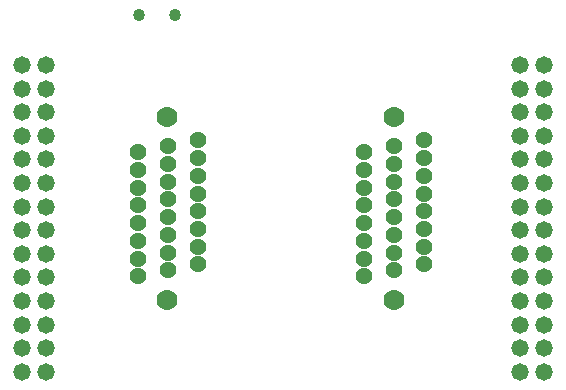
<source format=gbr>
G04 EAGLE Gerber RS-274X export*
G75*
%MOMM*%
%FSLAX34Y34*%
%LPD*%
%INSoldermask Bottom*%
%IPPOS*%
%AMOC8*
5,1,8,0,0,1.08239X$1,22.5*%
G01*
G04 Define Apertures*
%ADD10C,1.477000*%
%ADD11C,1.427000*%
%ADD12C,1.777000*%
%ADD13C,1.027000*%
D10*
X307500Y528780D03*
X327500Y528780D03*
X307500Y508780D03*
X327500Y508780D03*
X307500Y488780D03*
X327500Y488780D03*
X307500Y468780D03*
X327500Y468780D03*
X307500Y448780D03*
X327500Y448780D03*
X307500Y428780D03*
X327500Y428780D03*
X307500Y408780D03*
X327500Y408780D03*
X307500Y388780D03*
X327500Y388780D03*
X307500Y368780D03*
X327500Y368780D03*
X307500Y348780D03*
X327500Y348780D03*
X307500Y328780D03*
X327500Y328780D03*
X307500Y308780D03*
X327500Y308780D03*
X307500Y288780D03*
X327500Y288780D03*
X307500Y268780D03*
X327500Y268780D03*
X729140Y528780D03*
X749140Y528780D03*
X729140Y508780D03*
X749140Y508780D03*
X729140Y488780D03*
X749140Y488780D03*
X729140Y468780D03*
X749140Y468780D03*
X729140Y448780D03*
X749140Y448780D03*
X729140Y428780D03*
X749140Y428780D03*
X729140Y408780D03*
X749140Y408780D03*
X729140Y388780D03*
X749140Y388780D03*
X729140Y368780D03*
X749140Y368780D03*
X729140Y348780D03*
X749140Y348780D03*
X729140Y328780D03*
X749140Y328780D03*
X729140Y308780D03*
X749140Y308780D03*
X729140Y288780D03*
X749140Y288780D03*
X729140Y268780D03*
X749140Y268780D03*
D11*
X647700Y464820D03*
X622320Y459820D03*
X596940Y454820D03*
X647700Y449820D03*
X622320Y444820D03*
X596940Y439820D03*
X647700Y434820D03*
X622320Y429820D03*
X596940Y424820D03*
X647700Y419820D03*
X622320Y414820D03*
X596940Y409820D03*
X647700Y404820D03*
X622320Y399820D03*
X596940Y394820D03*
X647700Y389820D03*
X622320Y384820D03*
X596940Y379820D03*
X647700Y374820D03*
X622320Y369820D03*
X596940Y364820D03*
X647700Y359820D03*
X622320Y354820D03*
X596940Y349820D03*
X456200Y464820D03*
X430820Y459820D03*
X405440Y454820D03*
X456200Y449820D03*
X430820Y444820D03*
X405440Y439820D03*
X456200Y434820D03*
X430820Y429820D03*
X405440Y424820D03*
X456200Y419820D03*
X430820Y414820D03*
X405440Y409820D03*
X456200Y404820D03*
X430820Y399820D03*
X405440Y394820D03*
X456200Y389820D03*
X430820Y384820D03*
X405440Y379820D03*
X456200Y374820D03*
X430820Y369820D03*
X405440Y364820D03*
X456200Y359820D03*
X430820Y354820D03*
X405440Y349820D03*
D12*
X622520Y329352D03*
X430366Y485034D03*
X622520Y484292D03*
X430366Y330094D03*
D13*
X436520Y571220D03*
X406520Y571220D03*
M02*

</source>
